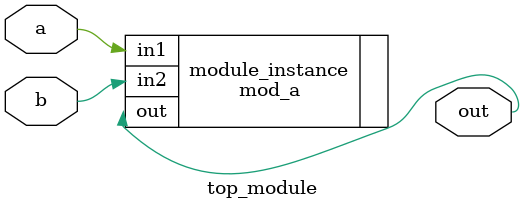
<source format=sv>
module top_module(input a, input b, output out);
	mod_a module_instance(.in1(a), .in2(b), .out(out));
endmodule

</source>
